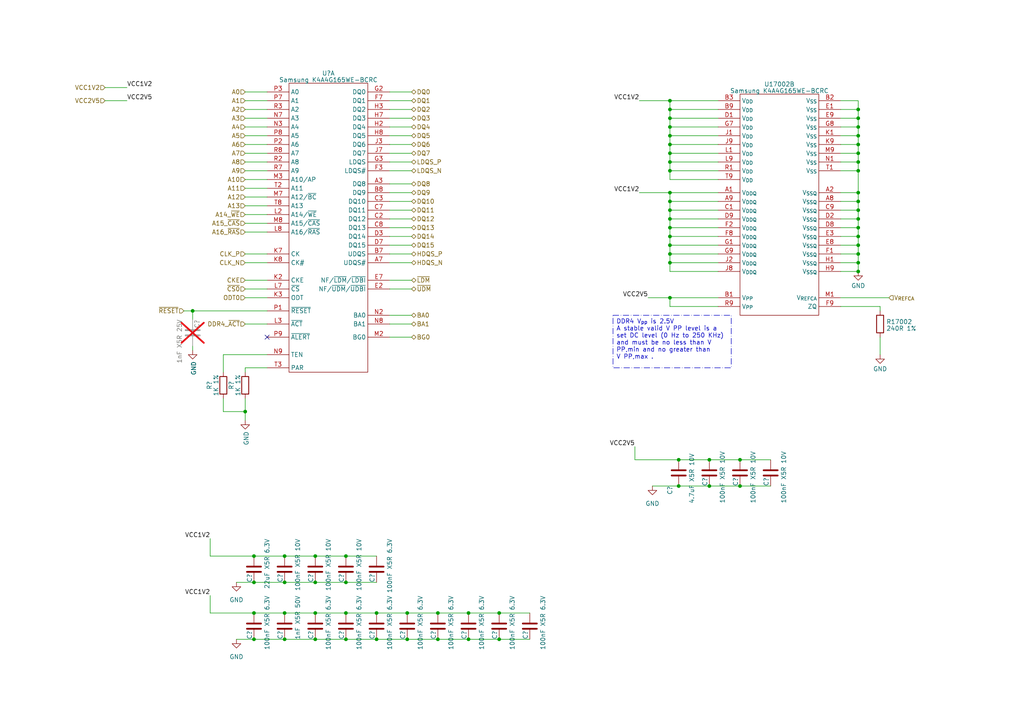
<source format=kicad_sch>
(kicad_sch (version 20230121) (generator eeschema)
  (paper "A4")
  (lib_symbols
    (symbol "Device:C" (pin_numbers hide) (pin_names (offset 0.254))
      (property "Reference" "C" (at 0.635 2.54 0))
      (property "Value" "C" (at 0.635 -2.54 0))
      (symbol "C_0_1"
        (polyline (pts (xy -2.032 -0.762) (xy 2.032 -0.762)) (stroke (width 0.508)))
        (polyline (pts (xy -2.032 0.762) (xy 2.032 0.762)) (stroke (width 0.508)))
      )
      (symbol "C_1_1"
        (pin passive line (at 0 3.81 270) (length 2.794) (name "~") (number "1"))
        (pin passive line (at 0 -3.81 90) (length 2.794) (name "~") (number "2"))
      )
    )
    (symbol "Device:R" (pin_numbers hide) (pin_names (offset 0))
      (property "Reference" "R" (at 2.032 0 90))
      (property "Value" "R" (at 0 0 90))
      (symbol "R_0_1"
        (rectangle (start -1.016 -2.54) (end 1.016 2.54) (stroke (width 0.254)))
      )
      (symbol "R_1_1"
        (pin passive line (at 0 3.81 270) (length 1.27) (name "~") (number "1"))
        (pin passive line (at 0 -3.81 90) (length 1.27) (name "~") (number "2"))
      )
    )
    (symbol "Memory_DDR:Micron_DDR4_MT40A512M16TB"
      (property "Reference" "U" (at -12.7 39.37 0))
      (property "Value" "Micron DDR4 MT40A512M16TB" (at 6.35 39.37 0))
      (symbol "Micron_DDR4_MT40A512M16TB_1_1"
        (rectangle (start -11.43 38.1) (end 11.43 -45.72))
        (pin bidirectional line (at 17.78 8.89 180) (length 6.35) (name "DQ8") (number "A3"))
        (pin bidirectional line (at 17.78 -13.97 180) (length 6.35) (name "UDQS#") (number "A7"))
        (pin bidirectional line (at 17.78 -11.43 180) (length 6.35) (name "UDQS") (number "B7"))
        (pin bidirectional line (at 17.78 6.35 180) (length 6.35) (name "DQ9") (number "B8"))
        (pin bidirectional line (at 17.78 -1.27 180) (length 6.35) (name "DQ12") (number "C2"))
        (pin bidirectional line (at 17.78 3.81 180) (length 6.35) (name "DQ10") (number "C3"))
        (pin bidirectional line (at 17.78 1.27 180) (length 6.35) (name "DQ11") (number "C7"))
        (pin bidirectional line (at 17.78 -3.81 180) (length 6.35) (name "DQ13") (number "C8"))
        (pin bidirectional line (at 17.78 -6.35 180) (length 6.35) (name "DQ14") (number "D3"))
        (pin bidirectional line (at 17.78 -8.89 180) (length 6.35) (name "DQ15") (number "D7"))
        (pin input line (at 17.78 -21.59 180) (length 6.35) (name "NF/~{UDM}/~{UDBI}") (number "E2"))
        (pin input line (at 17.78 -19.05 180) (length 6.35) (name "NF/~{LDM}/~{LDBI}") (number "E7"))
        (pin bidirectional line (at 17.78 12.7 180) (length 6.35) (name "LDQS#") (number "F3"))
        (pin bidirectional line (at 17.78 33.02 180) (length 6.35) (name "DQ1") (number "F7"))
        (pin bidirectional line (at 17.78 35.56 180) (length 6.35) (name "DQ0") (number "G2"))
        (pin bidirectional line (at 17.78 15.24 180) (length 6.35) (name "LDQS") (number "G3"))
        (pin bidirectional line (at 17.78 25.4 180) (length 6.35) (name "DQ4") (number "H2"))
        (pin bidirectional line (at 17.78 30.48 180) (length 6.35) (name "DQ2") (number "H3"))
        (pin bidirectional line (at 17.78 27.94 180) (length 6.35) (name "DQ3") (number "H7"))
        (pin bidirectional line (at 17.78 22.86 180) (length 6.35) (name "DQ5") (number "H8"))
        (pin bidirectional line (at 17.78 20.32 180) (length 6.35) (name "DQ6") (number "J3"))
        (pin bidirectional line (at 17.78 17.78 180) (length 6.35) (name "DQ7") (number "J7"))
        (pin input line (at -17.78 -19.05 0) (length 6.35) (name "CKE") (number "K2"))
        (pin input line (at -17.78 -24.13 0) (length 6.35) (name "ODT") (number "K3"))
        (pin input line (at -17.78 -11.43 0) (length 6.35) (name "CK") (number "K7"))
        (pin input line (at -17.78 -13.97 0) (length 6.35) (name "CK#") (number "K8"))
        (pin input line (at -17.78 0 0) (length 6.35) (name "A14/~{WE}") (number "L2"))
        (pin input line (at -17.78 -31.75 0) (length 6.35) (name "~{ACT}") (number "L3"))
        (pin input line (at -17.78 -21.59 0) (length 6.35) (name "~{CS}") (number "L7"))
        (pin input line (at -17.78 -5.08 0) (length 6.35) (name "A16/~{RAS}") (number "L8"))
        (pin input line (at 17.78 -35.56 180) (length 6.35) (name "BG0") (number "M2"))
        (pin input line (at -17.78 10.16 0) (length 6.35) (name "A10/AP") (number "M3"))
        (pin input line (at -17.78 5.08 0) (length 6.35) (name "A12/~{BC}") (number "M7"))
        (pin input line (at -17.78 -2.54 0) (length 6.35) (name "A15/~{CAS}") (number "M8"))
        (pin input line (at 17.78 -29.21 180) (length 6.35) (name "BA0") (number "N2"))
        (pin input line (at -17.78 25.4 0) (length 6.35) (name "A4") (number "N3"))
        (pin input line (at -17.78 27.94 0) (length 6.35) (name "A3") (number "N7"))
        (pin input line (at 17.78 -31.75 180) (length 6.35) (name "BA1") (number "N8"))
        (pin input line (at -17.78 -40.64 0) (length 6.35) (name "TEN") (number "N9"))
        (pin input line (at -17.78 -27.94 0) (length 6.35) (name "~{RESET}") (number "P1"))
        (pin input line (at -17.78 20.32 0) (length 6.35) (name "A6") (number "P2"))
        (pin input line (at -17.78 35.56 0) (length 6.35) (name "A0") (number "P3"))
        (pin input line (at -17.78 33.02 0) (length 6.35) (name "A1") (number "P7"))
        (pin input line (at -17.78 22.86 0) (length 6.35) (name "A5") (number "P8"))
        (pin input line (at -17.78 -35.56 0) (length 6.35) (name "~{ALERT}") (number "P9"))
        (pin input line (at -17.78 15.24 0) (length 6.35) (name "A8") (number "R2"))
        (pin input line (at -17.78 30.48 0) (length 6.35) (name "A2") (number "R3"))
        (pin input line (at -17.78 12.7 0) (length 6.35) (name "A9") (number "R7"))
        (pin input line (at -17.78 17.78 0) (length 6.35) (name "A7") (number "R8"))
        (pin input line (at -17.78 7.62 0) (length 6.35) (name "A11") (number "T2"))
        (pin input line (at -17.78 -44.45 0) (length 6.35) (name "PAR") (number "T3"))
        (pin input line (at -17.78 2.54 0) (length 6.35) (name "A13") (number "T8"))
      )
      (symbol "Micron_DDR4_MT40A512M16TB_2_1"
        (rectangle (start -11.43 28.575) (end 11.43 -35.56))
        (pin power_in line (at -17.78 0 0) (length 6.35) (name "V_{DDQ}") (number "A1"))
        (pin power_in line (at 17.78 0 180) (length 6.35) (name "V_{SSQ}") (number "A2"))
        (pin power_in line (at 17.78 -2.54 180) (length 6.35) (name "V_{SSQ}") (number "A8"))
        (pin power_in line (at -17.78 -2.54 0) (length 6.35) (name "V_{DDQ}") (number "A9"))
        (pin power_in line (at -17.78 -30.48 0) (length 6.35) (name "V_{PP}") (number "B1"))
        (pin power_in line (at 17.78 26.67 180) (length 6.35) (name "V_{SS}") (number "B2"))
        (pin power_in line (at -17.78 26.67 0) (length 6.35) (name "V_{DD}") (number "B3"))
        (pin power_in line (at -17.78 24.13 0) (length 6.35) (name "V_{DD}") (number "B9"))
        (pin power_in line (at -17.78 -5.08 0) (length 6.35) (name "V_{DDQ}") (number "C1"))
        (pin power_in line (at 17.78 -5.08 180) (length 6.35) (name "V_{SSQ}") (number "C9"))
        (pin power_in line (at -17.78 21.59 0) (length 6.35) (name "V_{DD}") (number "D1"))
        (pin power_in line (at 17.78 -7.62 180) (length 6.35) (name "V_{SSQ}") (number "D2"))
        (pin power_in line (at 17.78 -10.16 180) (length 6.35) (name "V_{SSQ}") (number "D8"))
        (pin power_in line (at -17.78 -7.62 0) (length 6.35) (name "V_{DDQ}") (number "D9"))
        (pin power_in line (at 17.78 24.13 180) (length 6.35) (name "V_{SS}") (number "E1"))
        (pin power_in line (at 17.78 -12.7 180) (length 6.35) (name "V_{SSQ}") (number "E3"))
        (pin power_in line (at 17.78 -15.24 180) (length 6.35) (name "V_{SSQ}") (number "E8"))
        (pin power_in line (at 17.78 21.59 180) (length 6.35) (name "V_{SS}") (number "E9"))
        (pin power_in line (at 17.78 -17.78 180) (length 6.35) (name "V_{SSQ}") (number "F1"))
        (pin power_in line (at -17.78 -10.16 0) (length 6.35) (name "V_{DDQ}") (number "F2"))
        (pin power_in line (at -17.78 -12.7 0) (length 6.35) (name "V_{DDQ}") (number "F8"))
        (pin input line (at 17.78 -33.02 180) (length 6.35) (name "ZQ") (number "F9"))
        (pin power_in line (at -17.78 -15.24 0) (length 6.35) (name "V_{DDQ}") (number "G1"))
        (pin power_in line (at -17.78 19.05 0) (length 6.35) (name "V_{DD}") (number "G7"))
        (pin power_in line (at 17.78 19.05 180) (length 6.35) (name "V_{SS}") (number "G8"))
        (pin power_in line (at -17.78 -17.78 0) (length 6.35) (name "V_{DDQ}") (number "G9"))
        (pin power_in line (at 17.78 -20.32 180) (length 6.35) (name "V_{SSQ}") (number "H1"))
        (pin power_in line (at 17.78 -22.86 180) (length 6.35) (name "V_{SSQ}") (number "H9"))
        (pin power_in line (at -17.78 16.51 0) (length 6.35) (name "V_{DD}") (number "J1"))
        (pin power_in line (at -17.78 -20.32 0) (length 6.35) (name "V_{DDQ}") (number "J2"))
        (pin power_in line (at -17.78 -22.86 0) (length 6.35) (name "V_{DDQ}") (number "J8"))
        (pin power_in line (at -17.78 13.97 0) (length 6.35) (name "V_{DD}") (number "J9"))
        (pin power_in line (at 17.78 16.51 180) (length 6.35) (name "V_{SS}") (number "K1"))
        (pin power_in line (at 17.78 13.97 180) (length 6.35) (name "V_{SS}") (number "K9"))
        (pin power_in line (at -17.78 11.43 0) (length 6.35) (name "V_{DD}") (number "L1"))
        (pin power_in line (at -17.78 8.89 0) (length 6.35) (name "V_{DD}") (number "L9"))
        (pin input line (at 17.78 -30.48 180) (length 6.35) (name "V_{REFCA}") (number "M1"))
        (pin power_in line (at 17.78 11.43 180) (length 6.35) (name "V_{SS}") (number "M9"))
        (pin power_in line (at 17.78 8.89 180) (length 6.35) (name "V_{SS}") (number "N1"))
        (pin power_in line (at -17.78 6.35 0) (length 6.35) (name "V_{DD}") (number "R1"))
        (pin power_in line (at -17.78 -33.02 0) (length 6.35) (name "V_{PP}") (number "R9"))
        (pin power_in line (at 17.78 6.35 180) (length 6.35) (name "V_{SS}") (number "T1"))
        (pin no_connect line (at -2.54 -41.91 90) (length 6.35) hide (name "NF/NC") (number "T7"))
        (pin power_in line (at -17.78 3.81 0) (length 6.35) (name "V_{DD}") (number "T9"))
      )
    )
    (symbol "power:GND" (power) (pin_names (offset 0))
      (property "Value" "GND" (at 0 -3.81 0))
      (symbol "GND_0_1"
        (polyline (pts (xy 0 0) (xy 0 -1.27) (xy 1.27 -1.27) (xy 0 -2.54) (xy -1.27 -1.27) (xy 0 -1.27)))
      )
      (symbol "GND_1_1"
        (pin power_in line (at 0 0 270) (length 0) hide (name "GND") (number "1"))
      )
    )
  )
  (junction (at 71.12 119.38))
  (junction (at 205.74 140.97))
  (junction (at 118.11 177.8))
  (junction (at 55.88 90.17))
  (junction (at 100.33 185.42))
  (junction (at 127 177.8))
  (junction (at 91.44 177.8))
  (junction (at 100.33 177.8))
  (junction (at 82.55 177.8))
  (junction (at 248.92 34.29))
  (junction (at 194.31 86.36))
  (junction (at 82.55 185.42))
  (junction (at 82.55 168.91))
  (junction (at 194.31 55.88))
  (junction (at 248.92 41.91))
  (junction (at 248.92 39.37))
  (junction (at 194.31 58.42))
  (junction (at 196.85 133.35))
  (junction (at 194.31 68.58))
  (junction (at 100.33 161.29))
  (junction (at 248.92 49.53))
  (junction (at 194.31 76.2))
  (junction (at 109.22 185.42))
  (junction (at 73.66 185.42))
  (junction (at 196.85 140.97))
  (junction (at 194.31 39.37))
  (junction (at 73.66 161.29))
  (junction (at 194.31 66.04))
  (junction (at 248.92 66.04))
  (junction (at 248.92 71.12))
  (junction (at 194.31 73.66))
  (junction (at 205.74 133.35))
  (junction (at 248.92 63.5))
  (junction (at 248.92 55.88))
  (junction (at 248.92 76.2))
  (junction (at 248.92 68.58))
  (junction (at 248.92 73.66))
  (junction (at 135.89 185.42))
  (junction (at 91.44 185.42))
  (junction (at 248.92 36.83))
  (junction (at 248.92 46.99))
  (junction (at 194.31 34.29))
  (junction (at 248.92 31.75))
  (junction (at 194.31 71.12))
  (junction (at 135.89 177.8))
  (junction (at 73.66 168.91))
  (junction (at 91.44 161.29))
  (junction (at 248.92 60.96))
  (junction (at 118.11 185.42))
  (junction (at 109.22 177.8))
  (junction (at 194.31 36.83))
  (junction (at 248.92 44.45))
  (junction (at 73.66 177.8))
  (junction (at 91.44 168.91))
  (junction (at 100.33 168.91))
  (junction (at 194.31 46.99))
  (junction (at 194.31 41.91))
  (junction (at 248.92 58.42))
  (junction (at 194.31 44.45))
  (junction (at 194.31 49.53))
  (junction (at 144.78 177.8))
  (junction (at 144.78 185.42))
  (junction (at 214.63 140.97))
  (junction (at 194.31 60.96))
  (junction (at 194.31 31.75))
  (junction (at 82.55 161.29))
  (junction (at 194.31 29.21))
  (junction (at 214.63 133.35))
  (junction (at 194.31 63.5))
  (junction (at 248.92 78.74))
  (junction (at 127 185.42))
  (no_connect (at 77.47 97.79))
  (wire (pts (xy 113.03 63.5) (xy 119.38 63.5)))
  (wire (pts (xy 113.03 49.53) (xy 119.38 49.53)))
  (wire (pts (xy 194.31 58.42) (xy 208.28 58.42)))
  (wire (pts (xy 194.31 39.37) (xy 208.28 39.37)))
  (wire (pts (xy 194.31 31.75) (xy 194.31 34.29)))
  (wire (pts (xy 118.11 177.8) (xy 127 177.8)))
  (wire (pts (xy 255.27 88.9) (xy 255.27 90.17)))
  (wire (pts (xy 113.03 46.99) (xy 119.38 46.99)))
  (wire (pts (xy 127 177.8) (xy 135.89 177.8)))
  (wire (pts (xy 30.48 29.21) (xy 36.83 29.21)))
  (wire (pts (xy 243.84 68.58) (xy 248.92 68.58)))
  (wire (pts (xy 248.92 55.88) (xy 248.92 58.42)))
  (wire (pts (xy 208.28 88.9) (xy 194.31 88.9)))
  (wire (pts (xy 135.89 177.8) (xy 144.78 177.8)))
  (wire (pts (xy 243.84 55.88) (xy 248.92 55.88)))
  (wire (pts (xy 194.31 34.29) (xy 194.31 36.83)))
  (wire (pts (xy 248.92 46.99) (xy 248.92 49.53)))
  (wire (pts (xy 77.47 93.98) (xy 71.12 93.98)))
  (wire (pts (xy 91.44 168.91) (xy 100.33 168.91)))
  (wire (pts (xy 194.31 71.12) (xy 194.31 73.66)))
  (wire (pts (xy 73.66 168.91) (xy 82.55 168.91)))
  (wire (pts (xy 194.31 46.99) (xy 208.28 46.99)))
  (wire (pts (xy 113.03 26.67) (xy 119.38 26.67)))
  (wire (pts (xy 68.58 168.91) (xy 73.66 168.91)))
  (wire (pts (xy 91.44 177.8) (xy 100.33 177.8)))
  (wire (pts (xy 194.31 68.58) (xy 208.28 68.58)))
  (wire (pts (xy 248.92 63.5) (xy 248.92 66.04)))
  (wire (pts (xy 71.12 119.38) (xy 71.12 121.92)))
  (wire (pts (xy 189.23 140.97) (xy 196.85 140.97)))
  (wire (pts (xy 55.88 100.33) (xy 55.88 101.6)))
  (wire (pts (xy 248.92 73.66) (xy 248.92 76.2)))
  (wire (pts (xy 77.47 39.37) (xy 71.12 39.37)))
  (wire (pts (xy 71.12 115.57) (xy 71.12 119.38)))
  (wire (pts (xy 248.92 68.58) (xy 248.92 71.12)))
  (wire (pts (xy 77.47 86.36) (xy 71.12 86.36)))
  (wire (pts (xy 194.31 39.37) (xy 194.31 41.91)))
  (wire (pts (xy 60.96 161.29) (xy 73.66 161.29)))
  (wire (pts (xy 196.85 133.35) (xy 205.74 133.35)))
  (wire (pts (xy 73.66 185.42) (xy 82.55 185.42)))
  (wire (pts (xy 248.92 71.12) (xy 248.92 73.66)))
  (wire (pts (xy 184.15 133.35) (xy 196.85 133.35)))
  (wire (pts (xy 243.84 41.91) (xy 248.92 41.91)))
  (wire (pts (xy 77.47 64.77) (xy 71.12 64.77)))
  (wire (pts (xy 194.31 52.07) (xy 208.28 52.07)))
  (wire (pts (xy 243.84 31.75) (xy 248.92 31.75)))
  (wire (pts (xy 64.77 115.57) (xy 64.77 119.38)))
  (wire (pts (xy 113.03 91.44) (xy 119.38 91.44)))
  (wire (pts (xy 82.55 168.91) (xy 91.44 168.91)))
  (wire (pts (xy 214.63 140.97) (xy 223.52 140.97)))
  (wire (pts (xy 113.03 53.34) (xy 119.38 53.34)))
  (wire (pts (xy 243.84 58.42) (xy 248.92 58.42)))
  (wire (pts (xy 243.84 66.04) (xy 248.92 66.04)))
  (wire (pts (xy 243.84 71.12) (xy 248.92 71.12)))
  (wire (pts (xy 255.27 97.79) (xy 255.27 102.87)))
  (wire (pts (xy 77.47 46.99) (xy 71.12 46.99)))
  (wire (pts (xy 194.31 44.45) (xy 194.31 46.99)))
  (wire (pts (xy 113.03 60.96) (xy 119.38 60.96)))
  (wire (pts (xy 243.84 36.83) (xy 248.92 36.83)))
  (wire (pts (xy 73.66 177.8) (xy 82.55 177.8)))
  (wire (pts (xy 77.47 76.2) (xy 71.12 76.2)))
  (wire (pts (xy 248.92 66.04) (xy 248.92 68.58)))
  (wire (pts (xy 113.03 71.12) (xy 119.38 71.12)))
  (wire (pts (xy 243.84 60.96) (xy 248.92 60.96)))
  (wire (pts (xy 113.03 68.58) (xy 119.38 68.58)))
  (wire (pts (xy 77.47 81.28) (xy 71.12 81.28)))
  (wire (pts (xy 194.31 76.2) (xy 208.28 76.2)))
  (wire (pts (xy 248.92 34.29) (xy 248.92 36.83)))
  (wire (pts (xy 68.58 185.42) (xy 73.66 185.42)))
  (wire (pts (xy 243.84 39.37) (xy 248.92 39.37)))
  (wire (pts (xy 77.47 44.45) (xy 71.12 44.45)))
  (wire (pts (xy 248.92 58.42) (xy 248.92 60.96)))
  (wire (pts (xy 194.31 55.88) (xy 208.28 55.88)))
  (wire (pts (xy 194.31 63.5) (xy 194.31 66.04)))
  (wire (pts (xy 194.31 68.58) (xy 194.31 71.12)))
  (wire (pts (xy 71.12 106.68) (xy 71.12 107.95)))
  (wire (pts (xy 113.03 55.88) (xy 119.38 55.88)))
  (wire (pts (xy 91.44 185.42) (xy 100.33 185.42)))
  (wire (pts (xy 113.03 31.75) (xy 119.38 31.75)))
  (wire (pts (xy 194.31 86.36) (xy 208.28 86.36)))
  (wire (pts (xy 194.31 29.21) (xy 208.28 29.21)))
  (wire (pts (xy 91.44 161.29) (xy 100.33 161.29)))
  (wire (pts (xy 100.33 161.29) (xy 109.22 161.29)))
  (wire (pts (xy 194.31 78.74) (xy 194.31 76.2)))
  (wire (pts (xy 194.31 66.04) (xy 194.31 68.58)))
  (wire (pts (xy 243.84 34.29) (xy 248.92 34.29)))
  (wire (pts (xy 243.84 73.66) (xy 248.92 73.66)))
  (wire (pts (xy 77.47 106.68) (xy 71.12 106.68)))
  (wire (pts (xy 82.55 177.8) (xy 91.44 177.8)))
  (wire (pts (xy 248.92 41.91) (xy 248.92 44.45)))
  (wire (pts (xy 248.92 39.37) (xy 248.92 41.91)))
  (wire (pts (xy 113.03 93.98) (xy 119.38 93.98)))
  (wire (pts (xy 248.92 29.21) (xy 248.92 31.75)))
  (wire (pts (xy 248.92 76.2) (xy 248.92 78.74)))
  (wire (pts (xy 55.88 90.17) (xy 55.88 92.71)))
  (wire (pts (xy 194.31 31.75) (xy 208.28 31.75)))
  (wire (pts (xy 194.31 29.21) (xy 194.31 31.75)))
  (wire (pts (xy 55.88 90.17) (xy 77.47 90.17)))
  (wire (pts (xy 194.31 63.5) (xy 208.28 63.5)))
  (wire (pts (xy 194.31 44.45) (xy 208.28 44.45)))
  (wire (pts (xy 187.96 86.36) (xy 194.31 86.36)))
  (wire (pts (xy 144.78 185.42) (xy 153.67 185.42)))
  (wire (pts (xy 196.85 140.97) (xy 205.74 140.97)))
  (wire (pts (xy 77.47 67.31) (xy 71.12 67.31)))
  (wire (pts (xy 100.33 177.8) (xy 109.22 177.8)))
  (wire (pts (xy 77.47 62.23) (xy 71.12 62.23)))
  (wire (pts (xy 100.33 168.91) (xy 109.22 168.91)))
  (wire (pts (xy 77.47 52.07) (xy 71.12 52.07)))
  (wire (pts (xy 82.55 185.42) (xy 91.44 185.42)))
  (wire (pts (xy 77.47 57.15) (xy 71.12 57.15)))
  (wire (pts (xy 113.03 73.66) (xy 119.38 73.66)))
  (wire (pts (xy 118.11 185.42) (xy 127 185.42)))
  (wire (pts (xy 77.47 59.69) (xy 71.12 59.69)))
  (wire (pts (xy 113.03 58.42) (xy 119.38 58.42)))
  (wire (pts (xy 194.31 60.96) (xy 194.31 63.5)))
  (wire (pts (xy 194.31 55.88) (xy 194.31 58.42)))
  (wire (pts (xy 243.84 76.2) (xy 248.92 76.2)))
  (wire (pts (xy 77.47 34.29) (xy 71.12 34.29)))
  (wire (pts (xy 113.03 36.83) (xy 119.38 36.83)))
  (wire (pts (xy 243.84 88.9) (xy 255.27 88.9)))
  (wire (pts (xy 64.77 119.38) (xy 71.12 119.38)))
  (wire (pts (xy 77.47 41.91) (xy 71.12 41.91)))
  (wire (pts (xy 77.47 73.66) (xy 71.12 73.66)))
  (wire (pts (xy 243.84 63.5) (xy 248.92 63.5)))
  (wire (pts (xy 243.84 78.74) (xy 248.92 78.74)))
  (wire (pts (xy 243.84 46.99) (xy 248.92 46.99)))
  (wire (pts (xy 243.84 49.53) (xy 248.92 49.53)))
  (wire (pts (xy 194.31 60.96) (xy 208.28 60.96)))
  (wire (pts (xy 113.03 97.79) (xy 119.38 97.79)))
  (wire (pts (xy 113.03 66.04) (xy 119.38 66.04)))
  (wire (pts (xy 60.96 172.72) (xy 60.96 177.8)))
  (wire (pts (xy 30.48 25.4) (xy 36.83 25.4)))
  (wire (pts (xy 77.47 36.83) (xy 71.12 36.83)))
  (wire (pts (xy 82.55 161.29) (xy 91.44 161.29)))
  (wire (pts (xy 248.92 60.96) (xy 248.92 63.5)))
  (wire (pts (xy 194.31 49.53) (xy 208.28 49.53)))
  (wire (pts (xy 194.31 66.04) (xy 208.28 66.04)))
  (wire (pts (xy 194.31 41.91) (xy 208.28 41.91)))
  (wire (pts (xy 113.03 83.82) (xy 119.38 83.82)))
  (wire (pts (xy 113.03 76.2) (xy 119.38 76.2)))
  (wire (pts (xy 194.31 88.9) (xy 194.31 86.36)))
  (wire (pts (xy 194.31 36.83) (xy 194.31 39.37)))
  (wire (pts (xy 194.31 71.12) (xy 208.28 71.12)))
  (wire (pts (xy 257.81 86.36) (xy 243.84 86.36)))
  (wire (pts (xy 77.47 49.53) (xy 71.12 49.53)))
  (wire (pts (xy 60.96 156.21) (xy 60.96 161.29)))
  (wire (pts (xy 113.03 39.37) (xy 119.38 39.37)))
  (wire (pts (xy 243.84 44.45) (xy 248.92 44.45)))
  (wire (pts (xy 205.74 133.35) (xy 214.63 133.35)))
  (wire (pts (xy 73.66 161.29) (xy 82.55 161.29)))
  (wire (pts (xy 194.31 41.91) (xy 194.31 44.45)))
  (wire (pts (xy 113.03 29.21) (xy 119.38 29.21)))
  (wire (pts (xy 144.78 177.8) (xy 153.67 177.8)))
  (wire (pts (xy 185.42 55.88) (xy 194.31 55.88)))
  (wire (pts (xy 184.15 129.54) (xy 184.15 133.35)))
  (wire (pts (xy 113.03 81.28) (xy 119.38 81.28)))
  (wire (pts (xy 243.84 29.21) (xy 248.92 29.21)))
  (wire (pts (xy 113.03 44.45) (xy 119.38 44.45)))
  (wire (pts (xy 113.03 41.91) (xy 119.38 41.91)))
  (wire (pts (xy 109.22 177.8) (xy 118.11 177.8)))
  (wire (pts (xy 194.31 46.99) (xy 194.31 49.53)))
  (wire (pts (xy 60.96 177.8) (xy 73.66 177.8)))
  (wire (pts (xy 205.74 140.97) (xy 214.63 140.97)))
  (wire (pts (xy 248.92 44.45) (xy 248.92 46.99)))
  (wire (pts (xy 100.33 185.42) (xy 109.22 185.42)))
  (wire (pts (xy 77.47 26.67) (xy 71.12 26.67)))
  (wire (pts (xy 113.03 34.29) (xy 119.38 34.29)))
  (wire (pts (xy 194.31 73.66) (xy 194.31 76.2)))
  (wire (pts (xy 194.31 34.29) (xy 208.28 34.29)))
  (wire (pts (xy 77.47 29.21) (xy 71.12 29.21)))
  (wire (pts (xy 77.47 102.87) (xy 64.77 102.87)))
  (wire (pts (xy 248.92 36.83) (xy 248.92 39.37)))
  (wire (pts (xy 194.31 73.66) (xy 208.28 73.66)))
  (wire (pts (xy 135.89 185.42) (xy 144.78 185.42)))
  (wire (pts (xy 185.42 29.21) (xy 194.31 29.21)))
  (wire (pts (xy 109.22 185.42) (xy 118.11 185.42)))
  (wire (pts (xy 248.92 49.53) (xy 248.92 55.88)))
  (wire (pts (xy 77.47 83.82) (xy 71.12 83.82)))
  (wire (pts (xy 194.31 58.42) (xy 194.31 60.96)))
  (wire (pts (xy 214.63 133.35) (xy 223.52 133.35)))
  (wire (pts (xy 64.77 102.87) (xy 64.77 107.95)))
  (wire (pts (xy 208.28 78.74) (xy 194.31 78.74)))
  (wire (pts (xy 248.92 31.75) (xy 248.92 34.29)))
  (wire (pts (xy 194.31 36.83) (xy 208.28 36.83)))
  (wire (pts (xy 127 185.42) (xy 135.89 185.42)))
  (wire (pts (xy 194.31 49.53) (xy 194.31 52.07)))
  (wire (pts (xy 77.47 31.75) (xy 71.12 31.75)))
  (wire (pts (xy 77.47 54.61) (xy 71.12 54.61)))
  (wire (pts (xy 53.34 90.17) (xy 55.88 90.17)))
  (text_box "DDR4 V_{pp} is 2.5V\nA stable valid V PP level is a set DC level (0 Hz to 250 KHz) and must be no less than V PP,min and no greater than\nV PP,max ." (at 177.8 91.44 0) (size 34.29 15.24) (stroke (width 0) (type dash_dot)) (effects (font (size 1.27 1.27)) (justify left top)))
  (label "VCC1V2" (at 36.83 25.4 0))
  (label "VCC1V2" (at 60.96 172.72 180))
  (label "VCC2V5" (at 184.15 129.54 180))
  (label "VCC2V5" (at 36.83 29.21 0))
  (label "VCC1V2" (at 60.96 156.21 180))
  (label "VCC1V2" (at 185.42 55.88 180))
  (label "VCC1V2" (at 185.42 29.21 180))
  (label "VCC2V5" (at 187.96 86.36 180))
  (hierarchical_label "A2" (shape input) (at 71.12 31.75 180))
  (hierarchical_label "~{LDM}" (shape bidirectional) (at 119.38 81.28 0))
  (hierarchical_label "DQ7" (shape bidirectional) (at 119.38 44.45 0))
  (hierarchical_label "BA0" (shape bidirectional) (at 119.38 91.44 0))
  (hierarchical_label "DQ10" (shape bidirectional) (at 119.38 58.42 0))
  (hierarchical_label "DQ2" (shape bidirectional) (at 119.38 31.75 0))
  (hierarchical_label "A9" (shape input) (at 71.12 49.53 180))
  (hierarchical_label "A0" (shape input) (at 71.12 26.67 180))
  (hierarchical_label "~{RESET}" (shape input) (at 53.34 90.17 180))
  (hierarchical_label "DQ4" (shape bidirectional) (at 119.38 36.83 0))
  (hierarchical_label "A5" (shape input) (at 71.12 39.37 180))
  (hierarchical_label "DDR4_~{ACT}" (shape input) (at 71.12 93.98 180))
  (hierarchical_label "HDQS_P" (shape bidirectional) (at 119.38 73.66 0))
  (hierarchical_label "A4" (shape input) (at 71.12 36.83 180))
  (hierarchical_label "A3" (shape input) (at 71.12 34.29 180))
  (hierarchical_label "DQ3" (shape bidirectional) (at 119.38 34.29 0))
  (hierarchical_label "LDQS_N" (shape bidirectional) (at 119.38 49.53 0))
  (hierarchical_label "A13" (shape input) (at 71.12 59.69 180))
  (hierarchical_label "DQ5" (shape bidirectional) (at 119.38 39.37 0))
  (hierarchical_label "A14_~{WE}" (shape input) (at 71.12 62.23 180))
  (hierarchical_label "A6" (shape input) (at 71.12 41.91 180))
  (hierarchical_label "A1" (shape input) (at 71.12 29.21 180))
  (hierarchical_label "A15_~{CAS}" (shape input) (at 71.12 64.77 180))
  (hierarchical_label "DQ15" (shape bidirectional) (at 119.38 71.12 0))
  (hierarchical_label "A11" (shape input) (at 71.12 54.61 180))
  (hierarchical_label "HDQS_N" (shape bidirectional) (at 119.38 76.2 0))
  (hierarchical_label "BG0" (shape bidirectional) (at 119.38 97.79 0))
  (hierarchical_label "V_{REFCA}" (shape input) (at 257.81 86.36 0))
  (hierarchical_label "DQ12" (shape bidirectional) (at 119.38 63.5 0))
  (hierarchical_label "DQ1" (shape bidirectional) (at 119.38 29.21 0))
  (hierarchical_label "A12" (shape input) (at 71.12 57.15 180))
  (hierarchical_label "ODT0" (shape input) (at 71.12 86.36 180))
  (hierarchical_label "LDQS_P" (shape bidirectional) (at 119.38 46.99 0))
  (hierarchical_label "A10" (shape input) (at 71.12 52.07 180))
  (hierarchical_label "CKE" (shape input) (at 71.12 81.28 180))
  (hierarchical_label "VCC2V5" (shape input) (at 30.48 29.21 180))
  (hierarchical_label "A16_~{RAS}" (shape input) (at 71.12 67.31 180))
  (hierarchical_label "DQ0" (shape bidirectional) (at 119.38 26.67 0))
  (hierarchical_label "DQ14" (shape bidirectional) (at 119.38 68.58 0))
  (hierarchical_label "DQ11" (shape bidirectional) (at 119.38 60.96 0))
  (hierarchical_label "~{UDM}" (shape bidirectional) (at 119.38 83.82 0))
  (hierarchical_label "VCC1V2" (shape input) (at 30.48 25.4 180))
  (hierarchical_label "BA1" (shape bidirectional) (at 119.38 93.98 0))
  (hierarchical_label "DQ8" (shape bidirectional) (at 119.38 53.34 0))
  (hierarchical_label "CLK_P" (shape input) (at 71.12 73.66 180))
  (hierarchical_label "A7" (shape input) (at 71.12 44.45 180))
  (hierarchical_label "CLK_N" (shape input) (at 71.12 76.2 180))
  (hierarchical_label "DQ9" (shape bidirectional) (at 119.38 55.88 0))
  (hierarchical_label "DQ6" (shape bidirectional) (at 119.38 41.91 0))
  (hierarchical_label "A8" (shape input) (at 71.12 46.99 180))
  (hierarchical_label "~{CS0}" (shape input) (at 71.12 83.82 180))
  (hierarchical_label "DQ13" (shape bidirectional) (at 119.38 66.04 0))
  (symbol (lib_id "power:GND") (at 55.88 101.6 0) (mirror y) (unit 1)
    (property "Reference" "#PWR?" (effects hide))
    (property "Value" "GND" (at 56.1968 104.775 90) (effects (justify right)))
    (instances (project "leaf" (path "" (reference "#PWR?") (unit 1)) (path "" (reference "#PWR024001") (unit 1)) (path "" (reference "#PWR0130") (unit 1)) (path "" (reference "#PWR0109") (unit 1))))
  )
  (symbol (lib_id "Device:C") (at 205.74 137.16 180) (unit 1)
    (property "Reference" "C?" (at 204.47 138.43 90) (effects (justify left)))
    (property "Value" "100nF X5R 10V" (at 209.55 130.81 90) (effects (justify left)))
    (property "Footprint" "Capacitor_SMD:C_0402_1005Metric" (effects hide))
    (property "Description" "容值: 100nF 精度: ±10% 额定电压: 10V 材质(温度系数): X5R 材质:X5R" (effects hide))
    (property "LCSC" "C76934" (effects hide))
    (property "Model" "GRM033R61A104KE15D" (effects hide))
    (property "Vendor" "muRata(村田)" (effects hide))
    (instances (project "leaf" (path "" (reference "C?") (unit 1)) (path "" (reference "C150") (unit 1)) (path "" (reference "C111") (unit 1))))
  )
  (symbol (lib_id "Device:C") (at 127 181.61 180) (unit 1)
    (property "Reference" "C?" (at 125.73 182.88 90) (effects (justify left)))
    (property "Value" "100nF X5R 6.3V" (at 130.81 172.72 90) (effects (justify left)))
    (property "Footprint" "Capacitor_SMD:C_0201_0603Metric" (effects hide))
    (property "Description" "容值: 100nF 精度: ±10% 额定电压: 6.3V 材质(温度系数): X5R 材质:X5R" (effects hide))
    (property "LCSC" "C76928" (effects hide))
    (property "Model" "GRM033R60J104KE19D" (effects hide))
    (property "Vendor" "muRata(村田)" (effects hide))
    (instances (project "leaf" (path "" (reference "C?") (unit 1)) (path "" (reference "C164") (unit 1)) (path "" (reference "C125") (unit 1))))
  )
  (symbol (lib_id "Device:C") (at 109.22 165.1 180) (unit 1)
    (property "Reference" "C?" (at 107.95 166.37 90) (effects (justify left)))
    (property "Value" "100nF X5R 6.3V" (at 113.03 156.21 90) (effects (justify left)))
    (property "Footprint" "Capacitor_SMD:C_0201_0603Metric" (effects hide))
    (property "Description" "容值: 100nF 精度: ±10% 额定电压: 6.3V 材质(温度系数): X5R 材质:X5R" (effects hide))
    (property "LCSC" "C76928" (effects hide))
    (property "Model" "GRM033R60J104KE19D" (effects hide))
    (property "Vendor" "muRata(村田)" (effects hide))
    (instances (project "leaf" (path "" (reference "C?") (unit 1)) (path "" (reference "C157") (unit 1)) (path "" (reference "C118") (unit 1))))
  )
  (symbol (lib_id "Device:R") (at 255.27 93.98 0) (unit 1)
    (property "Reference" "R17002" (at 257.048 93.3363 0) (effects (justify left)))
    (property "Value" "240R 1%" (at 257.048 95.2573 0) (effects (justify left)))
    (property "Footprint" "Resistor_SMD:R_0402_1005Metric" (effects hide))
    (instances (project "leaf" (path "" (reference "R17002") (unit 1)) (path "" (reference "R64") (unit 1)) (path "" (reference "R54") (unit 1))))
  )
  (symbol (lib_id "Memory_DDR:Micron_DDR4_MT40A512M16TB") (at 95.25 62.23 0) (unit 1)
    (property "Reference" "U?" (at 95.25 21.2471 0))
    (property "Value" "Samsung K4A4G165WE-BCRC" (at 95.25 23.1681 0))
    (property "Footprint" "Package_BGA:Micron_FBGA-96_9x14mm_Layout9x16_P0.8mm" (effects hide))
    (property "Description" "存储器构架(格式): SDRAM DDR4 时钟频率(fc): 1200MHz 存储容量: 4Gbit 工作电压: 1.14V~1.26V 工作电" (effects hide))
    (property "LCSC" "C2803250" (effects hide))
    (property "Model" "K4A4G165WE-BCRC" (effects hide))
    (property "Vendor" "SAMSUNG(三星半导体)" (effects hide))
    (instances (project "leaf" (path "" (reference "U?") (unit 1)) (path "" (reference "U17002") (unit 1)) (path "" (reference "U8") (unit 1)) (path "" (reference "U6") (unit 1))))
  )
  (symbol (lib_id "power:GND") (at 68.58 185.42 0) (unit 1)
    (property "Reference" "#PWR0137" (effects hide))
    (property "Value" "GND" (at 68.58 190.5 0))
    (instances (project "leaf" (path "" (reference "#PWR0137") (unit 1)) (path "" (reference "#PWR0136") (unit 1))))
  )
  (symbol (lib_id "Device:C") (at 100.33 165.1 180) (unit 1)
    (property "Reference" "C?" (at 99.06 166.37 90) (effects (justify left)))
    (property "Value" "100nF X5R 10V" (at 104.14 156.21 90) (effects (justify left)))
    (property "Footprint" "Capacitor_SMD:C_0402_1005Metric" (effects hide))
    (property "Description" "容值: 100nF 精度: ±10% 额定电压: 10V 材质(温度系数): X5R 材质:X5R" (effects hide))
    (property "LCSC" "C76934" (effects hide))
    (property "Model" "GRM033R61A104KE15D" (effects hide))
    (property "Vendor" "muRata(村田)" (effects hide))
    (instances (project "leaf" (path "" (reference "C?") (unit 1)) (path "" (reference "C156") (unit 1)) (path "" (reference "C117") (unit 1))))
  )
  (symbol (lib_id "Memory_DDR:Micron_DDR4_MT40A512M16TB") (at 226.06 55.88 0) (unit 2)
    (property "Reference" "U17002" (at 226.06 24.4221 0))
    (property "Value" "Samsung K4A4G165WE-BCRC" (at 226.06 26.3431 0))
    (property "Footprint" "Package_BGA:Micron_FBGA-96_9x14mm_Layout9x16_P0.8mm" (effects hide))
    (property "Description" "存储器构架(格式): SDRAM DDR4 时钟频率(fc): 1200MHz 存储容量: 4Gbit 工作电压: 1.14V~1.26V 工作电" (effects hide))
    (property "LCSC" "C2803250" (effects hide))
    (property "Model" "K4A4G165WE-BCRC" (effects hide))
    (property "Vendor" "SAMSUNG(三星半导体)" (effects hide))
    (instances (project "leaf" (path "" (reference "U17002") (unit 2)) (path "" (reference "U8") (unit 2)) (path "" (reference "U6") (unit 2))))
  )
  (symbol (lib_id "Device:C") (at 144.78 181.61 180) (unit 1)
    (property "Reference" "C?" (at 143.51 182.88 90) (effects (justify left)))
    (property "Value" "100nF X5R 6.3V" (at 148.59 172.72 90) (effects (justify left)))
    (property "Footprint" "Capacitor_SMD:C_0201_0603Metric" (effects hide))
    (property "Description" "容值: 100nF 精度: ±10% 额定电压: 6.3V 材质(温度系数): X5R 材质:X5R" (effects hide))
    (property "LCSC" "C76928" (effects hide))
    (property "Model" "GRM033R60J104KE19D" (effects hide))
    (property "Vendor" "muRata(村田)" (effects hide))
    (instances (project "leaf" (path "" (reference "C?") (unit 1)) (path "" (reference "C166") (unit 1)) (path "" (reference "C127") (unit 1))))
  )
  (symbol (lib_id "Device:C") (at 100.33 181.61 180) (unit 1)
    (property "Reference" "C?" (at 99.06 182.88 90) (effects (justify left)))
    (property "Value" "100nF X5R 6.3V" (at 104.14 172.72 90) (effects (justify left)))
    (property "Footprint" "Capacitor_SMD:C_0201_0603Metric" (effects hide))
    (property "Description" "容值: 100nF 精度: ±10% 额定电压: 6.3V 材质(温度系数): X5R 材质:X5R" (effects hide))
    (property "LCSC" "C76928" (effects hide))
    (property "Model" "GRM033R60J104KE19D" (effects hide))
    (property "Vendor" "muRata(村田)" (effects hide))
    (instances (project "leaf" (path "" (reference "C?") (unit 1)) (path "" (reference "C161") (unit 1)) (path "" (reference "C122") (unit 1))))
  )
  (symbol (lib_id "Device:C") (at 73.66 181.61 180) (unit 1)
    (property "Reference" "C?" (at 72.39 182.88 90) (effects (justify left)))
    (property "Value" "100nF X5R 6.3V" (at 77.47 172.72 90) (effects (justify left)))
    (property "Footprint" "Capacitor_SMD:C_0201_0603Metric" (effects hide))
    (property "Description" "容值: 100nF 精度: ±10% 额定电压: 6.3V 材质(温度系数): X5R 材质:X5R" (effects hide))
    (property "LCSC" "C76928" (effects hide))
    (property "Model" "GRM033R60J104KE19D" (effects hide))
    (property "Vendor" "muRata(村田)" (effects hide))
    (instances (project "leaf" (path "" (reference "C?") (unit 1)) (path "" (reference "C158") (unit 1)) (path "" (reference "C119") (unit 1))))
  )
  (symbol (lib_id "Device:C") (at 55.88 96.52 0) (unit 1) (in_bom no) (dnp yes)
    (property "Reference" "C?" (at 57.15 95.25 90) (effects (justify left)))
    (property "Value" "1nF X5R 25V" (at 52.07 105.41 90) (effects (justify left)))
    (property "Footprint" "Capacitor_SMD:C_0201_0603Metric" (effects hide))
    (property "LCSC" "C161477" (effects hide))
    (property "Description" "容值: 1nF 精度: ±10% 额定电压: 25V 材质(温度系数): X5R 材质:X5R" (effects hide))
    (property "Model" "GRM033R61E102KA01D" (effects hide))
    (property "Vendor" "muRata(村田)" (effects hide))
    (instances (project "leaf" (path "" (reference "C?") (unit 1)) (path "" (reference "C?") (unit 1)) (path "" (reference "C24001") (unit 1)) (path "" (reference "C147") (unit 1)) (path "" (reference "C108") (unit 1))))
  )
  (symbol (lib_id "Device:C") (at 223.52 137.16 180) (unit 1)
    (property "Reference" "C?" (at 222.25 138.43 90) (effects (justify left)))
    (property "Value" "100nF X5R 10V" (at 227.33 130.81 90) (effects (justify left)))
    (property "Footprint" "Capacitor_SMD:C_0402_1005Metric" (effects hide))
    (property "Description" "容值: 100nF 精度: ±10% 额定电压: 10V 材质(温度系数): X5R 材质:X5R" (effects hide))
    (property "LCSC" "C76934" (effects hide))
    (property "Model" "GRM033R61A104KE15D" (effects hide))
    (property "Vendor" "muRata(村田)" (effects hide))
    (instances (project "leaf" (path "" (reference "C?") (unit 1)) (path "" (reference "C152") (unit 1)) (path "" (reference "C113") (unit 1))))
  )
  (symbol (lib_id "power:GND") (at 68.58 168.91 0) (unit 1)
    (property "Reference" "#PWR0135" (effects hide))
    (property "Value" "GND" (at 68.58 173.99 0))
    (instances (project "leaf" (path "" (reference "#PWR0135") (unit 1)) (path "" (reference "#PWR0134") (unit 1))))
  )
  (symbol (lib_id "Device:C") (at 91.44 165.1 180) (unit 1)
    (property "Reference" "C?" (at 90.17 166.37 90) (effects (justify left)))
    (property "Value" "100nF X5R 10V" (at 95.25 156.21 90) (effects (justify left)))
    (property "Footprint" "Capacitor_SMD:C_0402_1005Metric" (effects hide))
    (property "Description" "容值: 100nF 精度: ±10% 额定电压: 10V 材质(温度系数): X5R 材质:X5R" (effects hide))
    (property "LCSC" "C76934" (effects hide))
    (property "Model" "GRM033R61A104KE15D" (effects hide))
    (property "Vendor" "muRata(村田)" (effects hide))
    (instances (project "leaf" (path "" (reference "C?") (unit 1)) (path "" (reference "C155") (unit 1)) (path "" (reference "C116") (unit 1))))
  )
  (symbol (lib_id "Device:C") (at 82.55 165.1 180) (unit 1)
    (property "Reference" "C?" (at 81.28 166.37 90) (effects (justify left)))
    (property "Value" "100nF X5R 10V" (at 86.36 156.21 90) (effects (justify left)))
    (property "Footprint" "Capacitor_SMD:C_0402_1005Metric" (effects hide))
    (property "Description" "容值: 100nF 精度: ±10% 额定电压: 10V 材质(温度系数): X5R 材质:X5R" (effects hide))
    (property "LCSC" "C76934" (effects hide))
    (property "Model" "GRM033R61A104KE15D" (effects hide))
    (property "Vendor" "muRata(村田)" (effects hide))
    (instances (project "leaf" (path "" (reference "C?") (unit 1)) (path "" (reference "C154") (unit 1)) (path "" (reference "C115") (unit 1))))
  )
  (symbol (lib_id "power:GND") (at 71.12 121.92 0) (mirror y) (unit 1)
    (property "Reference" "#PWR?" (effects hide))
    (property "Value" "GND" (at 71.4368 125.095 90) (effects (justify right)))
    (instances (project "leaf" (path "" (reference "#PWR?") (unit 1)) (path "" (reference "#PWR024002") (unit 1)) (path "" (reference "#PWR0133") (unit 1)) (path "" (reference "#PWR0112") (unit 1))))
  )
  (symbol (lib_id "power:GND") (at 189.23 140.97 0) (unit 1)
    (property "Reference" "#PWR0139" (effects hide))
    (property "Value" "GND" (at 189.23 146.05 0))
    (instances (project "leaf" (path "" (reference "#PWR0139") (unit 1)) (path "" (reference "#PWR0138") (unit 1))))
  )
  (symbol (lib_id "Device:C") (at 153.67 181.61 180) (unit 1)
    (property "Reference" "C?" (at 152.4 182.88 90) (effects (justify left)))
    (property "Value" "100nF X5R 6.3V" (at 157.48 172.72 90) (effects (justify left)))
    (property "Footprint" "Capacitor_SMD:C_0201_0603Metric" (effects hide))
    (property "Description" "容值: 100nF 精度: ±10% 额定电压: 6.3V 材质(温度系数): X5R 材质:X5R" (effects hide))
    (property "LCSC" "C76928" (effects hide))
    (property "Model" "GRM033R60J104KE19D" (effects hide))
    (property "Vendor" "muRata(村田)" (effects hide))
    (instances (project "leaf" (path "" (reference "C?") (unit 1)) (path "" (reference "C167") (unit 1)) (path "" (reference "C128") (unit 1))))
  )
  (symbol (lib_id "Device:C") (at 135.89 181.61 180) (unit 1)
    (property "Reference" "C?" (at 134.62 182.88 90) (effects (justify left)))
    (property "Value" "100nF X5R 6.3V" (at 139.7 172.72 90) (effects (justify left)))
    (property "Footprint" "Capacitor_SMD:C_0201_0603Metric" (effects hide))
    (property "Description" "容值: 100nF 精度: ±10% 额定电压: 6.3V 材质(温度系数): X5R 材质:X5R" (effects hide))
    (property "LCSC" "C76928" (effects hide))
    (property "Model" "GRM033R60J104KE19D" (effects hide))
    (property "Vendor" "muRata(村田)" (effects hide))
    (instances (project "leaf" (path "" (reference "C?") (unit 1)) (path "" (reference "C165") (unit 1)) (path "" (reference "C126") (unit 1))))
  )
  (symbol (lib_id "Device:C") (at 82.55 181.61 180) (unit 1)
    (property "Reference" "C?" (at 81.28 182.88 90) (effects (justify left)))
    (property "Value" "1nF X5R 50V" (at 86.36 172.72 90) (effects (justify left)))
    (property "Footprint" "Capacitor_SMD:C_0402_1005Metric" (effects hide))
    (property "Description" "容值: 1nF 精度: ±10% 额定电压: 50V 材质(温度系数): X7R 材质:X7R" (effects hide))
    (property "LCSC" "C77018" (effects hide))
    (property "Model" "GRM155R71H102KA01D" (effects hide))
    (instances (project "leaf" (path "" (reference "C?") (unit 1)) (path "" (reference "C159") (unit 1)) (path "" (reference "C120") (unit 1))))
  )
  (symbol (lib_id "power:GND") (at 248.92 78.74 0) (unit 1)
    (property "Reference" "#PWR017004" (effects hide))
    (property "Value" "GND" (at 248.92 82.8755 0))
    (instances (project "leaf" (path "" (reference "#PWR017004") (unit 1)) (path "" (reference "#PWR0129") (unit 1)) (path "" (reference "#PWR0108") (unit 1))))
  )
  (symbol (lib_id "Device:C") (at 109.22 181.61 180) (unit 1)
    (property "Reference" "C?" (at 107.95 182.88 90) (effects (justify left)))
    (property "Value" "100nF X5R 6.3V" (at 113.03 172.72 90) (effects (justify left)))
    (property "Footprint" "Capacitor_SMD:C_0201_0603Metric" (effects hide))
    (property "Description" "容值: 100nF 精度: ±10% 额定电压: 6.3V 材质(温度系数): X5R 材质:X5R" (effects hide))
    (property "LCSC" "C76928" (effects hide))
    (property "Model" "GRM033R60J104KE19D" (effects hide))
    (property "Vendor" "muRata(村田)" (effects hide))
    (instances (project "leaf" (path "" (reference "C?") (unit 1)) (path "" (reference "C162") (unit 1)) (path "" (reference "C123") (unit 1))))
  )
  (symbol (lib_id "Device:R") (at 71.12 111.76 0) (mirror y) (unit 1)
    (property "Reference" "R?" (at 67.0941 111.76 90))
    (property "Value" "1K 1%" (at 69.0151 111.76 90))
    (property "Footprint" "Resistor_SMD:R_0402_1005Metric" (effects hide))
    (instances (project "leaf" (path "" (reference "R?") (unit 1)) (path "" (reference "R?") (unit 1)) (path "" (reference "R24002") (unit 1)) (path "" (reference "R66") (unit 1)) (path "" (reference "R56") (unit 1))))
  )
  (symbol (lib_id "Device:C") (at 196.85 137.16 0) (unit 1)
    (property "Reference" "C?" (at 194.31 143.51 90) (effects (justify left)))
    (property "Value" "4.7uF X5R 10V" (at 200.66 146.05 90) (effects (justify left)))
    (property "Footprint" "Capacitor_SMD:C_0402_1005Metric" (effects hide))
    (property "Description" "容值: 4.7uF 精度: ±10% 额定电压: 10V 材质(温度系数): X5R 材质:X5R" (effects hide))
    (property "LCSC" "C77004" (effects hide))
    (property "Model" "GRM155R61A475KEAAD" (effects hide))
    (property "Vendor" "muRata(村田) " (effects hide))
    (instances (project "leaf" (path "" (reference "C?") (unit 1)) (path "" (reference "C149") (unit 1)) (path "" (reference "C110") (unit 1))))
  )
  (symbol (lib_id "Device:C") (at 214.63 137.16 180) (unit 1)
    (property "Reference" "C?" (at 213.36 138.43 90) (effects (justify left)))
    (property "Value" "100nF X5R 10V" (at 218.44 130.81 90) (effects (justify left)))
    (property "Footprint" "Capacitor_SMD:C_0402_1005Metric" (effects hide))
    (property "Description" "容值: 100nF 精度: ±10% 额定电压: 10V 材质(温度系数): X5R 材质:X5R" (effects hide))
    (property "LCSC" "C76934" (effects hide))
    (property "Model" "GRM033R61A104KE15D" (effects hide))
    (property "Vendor" "muRata(村田)" (effects hide))
    (instances (project "leaf" (path "" (reference "C?") (unit 1)) (path "" (reference "C151") (unit 1)) (path "" (reference "C112") (unit 1))))
  )
  (symbol (lib_id "Device:C") (at 118.11 181.61 180) (unit 1)
    (property "Reference" "C?" (at 116.84 182.88 90) (effects (justify left)))
    (property "Value" "100nF X5R 6.3V" (at 121.92 172.72 90) (effects (justify left)))
    (property "Footprint" "Capacitor_SMD:C_0201_0603Metric" (effects hide))
    (property "Description" "容值: 100nF 精度: ±10% 额定电压: 6.3V 材质(温度系数): X5R 材质:X5R" (effects hide))
    (property "LCSC" "C76928" (effects hide))
    (property "Model" "GRM033R60J104KE19D" (effects hide))
    (property "Vendor" "muRata(村田)" (effects hide))
    (instances (project "leaf" (path "" (reference "C?") (unit 1)) (path "" (reference "C163") (unit 1)) (path "" (reference "C124") (unit 1))))
  )
  (symbol (lib_id "Device:C") (at 73.66 165.1 180) (unit 1)
    (property "Reference" "C?" (at 72.39 166.37 90) (effects (justify left)))
    (property "Value" "22uF X5R 6.3V" (at 77.47 156.21 90) (effects (justify left)))
    (property "Footprint" "Capacitor_SMD:C_0603_1608Metric" (effects hide))
    (property "Description" "容值: 22uF 精度: ±20% 额定电压: 10V 材质(温度系数): X5R 材质：X5R" (effects hide))
    (property "LCSC" "C162690" (effects hide))
    (property "Model" "ZRB18AR61A226ME01L" (effects hide))
    (property "Vendor" "muRata(村田)" (effects hide))
    (instances (project "leaf" (path "" (reference "C?") (unit 1)) (path "" (reference "C153") (unit 1)) (path "" (reference "C114") (unit 1))))
  )
  (symbol (lib_id "Device:C") (at 91.44 181.61 180) (unit 1)
    (property "Reference" "C?" (at 90.17 182.88 90) (effects (justify left)))
    (property "Value" "100nF X5R 6.3V" (at 95.25 172.72 90) (effects (justify left)))
    (property "Footprint" "Capacitor_SMD:C_0201_0603Metric" (effects hide))
    (property "Description" "容值: 100nF 精度: ±10% 额定电压: 6.3V 材质(温度系数): X5R 材质:X5R" (effects hide))
    (property "LCSC" "C76928" (effects hide))
    (property "Model" "GRM033R60J104KE19D" (effects hide))
    (property "Vendor" "muRata(村田)" (effects hide))
    (instances (project "leaf" (path "" (reference "C?") (unit 1)) (path "" (reference "C160") (unit 1)) (path "" (reference "C121") (unit 1))))
  )
  (symbol (lib_id "Device:R") (at 64.77 111.76 0) (mirror y) (unit 1)
    (property "Reference" "R?" (at 60.7441 111.76 90))
    (property "Value" "1K 1%" (at 62.6651 111.76 90))
    (property "Footprint" "Resistor_SMD:R_0402_1005Metric" (effects hide))
    (instances (project "leaf" (path "" (reference "R?") (unit 1)) (path "" (reference "R?") (unit 1)) (path "" (reference "R24001") (unit 1)) (path "" (reference "R65") (unit 1)) (path "" (reference "R55") (unit 1))))
  )
  (symbol (lib_id "power:GND") (at 255.27 102.87 0) (unit 1)
    (property "Reference" "#PWR017005" (effects hide))
    (property "Value" "GND" (at 255.27 107.0055 0))
    (instances (project "leaf" (path "" (reference "#PWR017005") (unit 1)) (path "" (reference "#PWR0131") (unit 1)) (path "" (reference "#PWR0110") (unit 1))))
  )
)
</source>
